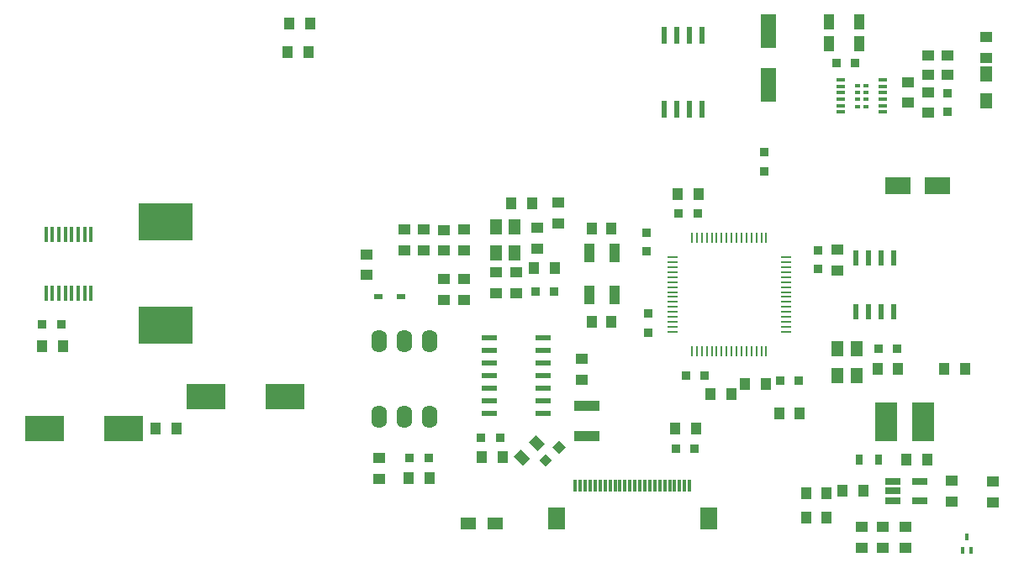
<source format=gbr>
G04 #@! TF.GenerationSoftware,KiCad,Pcbnew,5.1.4+dfsg1-1*
G04 #@! TF.CreationDate,2021-01-01T15:39:33+01:00*
G04 #@! TF.ProjectId,MIDI_FOOTSWITCH,4d494449-5f46-44f4-9f54-535749544348,rev?*
G04 #@! TF.SameCoordinates,PX4c4b400PY1312d00*
G04 #@! TF.FileFunction,Paste,Top*
G04 #@! TF.FilePolarity,Positive*
%FSLAX46Y46*%
G04 Gerber Fmt 4.6, Leading zero omitted, Abs format (unit mm)*
G04 Created by KiCad (PCBNEW 5.1.4+dfsg1-1) date 2021-01-01 15:39:33*
%MOMM*%
%LPD*%
G04 APERTURE LIST*
%ADD10R,0.250000X1.000000*%
%ADD11R,1.000000X0.250000*%
%ADD12R,1.800000X2.200000*%
%ADD13R,0.300000X1.300000*%
%ADD14R,1.300000X1.000000*%
%ADD15R,1.100000X1.900000*%
%ADD16R,1.000000X1.250000*%
%ADD17R,1.000000X1.300000*%
%ADD18R,0.900000X0.600000*%
%ADD19R,1.500000X0.600000*%
%ADD20R,0.800000X1.000000*%
%ADD21R,2.200000X3.900000*%
%ADD22R,1.300000X1.500000*%
%ADD23R,1.560000X0.650000*%
%ADD24R,0.600000X1.550000*%
%ADD25O,1.574800X2.286000*%
%ADD26R,1.500000X1.300000*%
%ADD27R,2.500000X1.000000*%
%ADD28R,1.000000X1.600000*%
%ADD29R,0.900000X0.900000*%
%ADD30R,1.600000X3.500000*%
%ADD31R,1.250000X1.000000*%
%ADD32R,0.550000X1.750000*%
%ADD33R,0.495000X0.427500*%
%ADD34R,0.890000X0.420000*%
%ADD35R,4.000000X2.500000*%
%ADD36R,5.500000X3.800000*%
%ADD37R,0.450000X1.500000*%
%ADD38C,1.000000*%
%ADD39C,0.150000*%
%ADD40C,0.900000*%
%ADD41R,2.500000X1.800000*%
%ADD42R,0.400000X0.800000*%
G04 APERTURE END LIST*
D10*
X67966740Y-24807900D03*
X68466740Y-24807900D03*
X68966740Y-24807900D03*
X69466740Y-24807900D03*
X69966740Y-24807900D03*
X70466740Y-24807900D03*
X70966740Y-24807900D03*
X71466740Y-24807900D03*
X71966740Y-24807900D03*
X72466740Y-24807900D03*
X72966740Y-24807900D03*
X73466740Y-24807900D03*
X73966740Y-24807900D03*
X74466740Y-24807900D03*
X74966740Y-24807900D03*
X75466740Y-24807900D03*
D11*
X77416740Y-26757900D03*
X77416740Y-27257900D03*
X77416740Y-27757900D03*
X77416740Y-28257900D03*
X77416740Y-28757900D03*
X77416740Y-29257900D03*
X77416740Y-29757900D03*
X77416740Y-30257900D03*
X77416740Y-30757900D03*
X77416740Y-31257900D03*
X77416740Y-31757900D03*
X77416740Y-32257900D03*
X77416740Y-32757900D03*
X77416740Y-33257900D03*
X77416740Y-33757900D03*
X77416740Y-34257900D03*
D10*
X75466740Y-36207900D03*
X74966740Y-36207900D03*
X74466740Y-36207900D03*
X73966740Y-36207900D03*
X73466740Y-36207900D03*
X72966740Y-36207900D03*
X72466740Y-36207900D03*
X71966740Y-36207900D03*
X71466740Y-36207900D03*
X70966740Y-36207900D03*
X70466740Y-36207900D03*
X69966740Y-36207900D03*
X69466740Y-36207900D03*
X68966740Y-36207900D03*
X68466740Y-36207900D03*
X67966740Y-36207900D03*
D11*
X66016740Y-34257900D03*
X66016740Y-33757900D03*
X66016740Y-33257900D03*
X66016740Y-32757900D03*
X66016740Y-32257900D03*
X66016740Y-31757900D03*
X66016740Y-31257900D03*
X66016740Y-30757900D03*
X66016740Y-30257900D03*
X66016740Y-29757900D03*
X66016740Y-29257900D03*
X66016740Y-28757900D03*
X66016740Y-28257900D03*
X66016740Y-27757900D03*
X66016740Y-27257900D03*
X66016740Y-26757900D03*
D12*
X69636000Y-53028000D03*
X54336000Y-53028000D03*
D13*
X56236000Y-49778000D03*
X56736000Y-49778000D03*
X57236000Y-49778000D03*
X57736000Y-49778000D03*
X58236000Y-49778000D03*
X58736000Y-49778000D03*
X59236000Y-49778000D03*
X59736000Y-49778000D03*
X60236000Y-49778000D03*
X60736000Y-49778000D03*
X61236000Y-49778000D03*
X61736000Y-49778000D03*
X62236000Y-49778000D03*
X62736000Y-49778000D03*
X63236000Y-49778000D03*
X63736000Y-49778000D03*
X64236000Y-49778000D03*
X64736000Y-49778000D03*
X65236000Y-49778000D03*
X65736000Y-49778000D03*
X66236000Y-49778000D03*
X66736000Y-49778000D03*
X67236000Y-49778000D03*
X67736000Y-49778000D03*
D14*
X91750000Y-12200000D03*
X91750000Y-10100000D03*
X35250000Y-26450000D03*
X35250000Y-28550000D03*
D15*
X57608536Y-30566222D03*
X60148536Y-26299022D03*
X57608536Y-26299022D03*
X60148536Y-30566222D03*
D16*
X57878536Y-33258622D03*
X59878536Y-33258622D03*
X59878535Y-23860622D03*
X57878535Y-23860622D03*
D17*
X41550000Y-49000000D03*
X39450000Y-49000000D03*
X46850000Y-46900000D03*
X48950000Y-46900000D03*
D18*
X36357000Y-30750000D03*
X38643000Y-30750000D03*
D14*
X36500000Y-49050000D03*
X36500000Y-46950000D03*
X45000000Y-28950000D03*
X45000000Y-31050000D03*
X43000000Y-31050000D03*
X43000000Y-28950000D03*
D19*
X47581680Y-42458600D03*
X47581680Y-41188600D03*
X47581680Y-39918600D03*
X47581680Y-38648600D03*
X47581680Y-37378600D03*
X47581680Y-36108600D03*
X47581680Y-34838600D03*
X52981680Y-34838600D03*
X52981680Y-36108600D03*
X52981680Y-37378600D03*
X52981680Y-38648600D03*
X52981680Y-39918600D03*
X52981680Y-41188600D03*
X52981680Y-42458600D03*
D17*
X83150000Y-50300000D03*
X85250000Y-50300000D03*
D14*
X87200000Y-56050000D03*
X87200000Y-53950000D03*
D17*
X89550000Y-47100000D03*
X91650000Y-47100000D03*
D20*
X86750000Y-47100000D03*
X84850000Y-47100000D03*
D14*
X39000000Y-23950000D03*
X39000000Y-26050000D03*
X41000000Y-26050000D03*
X41000000Y-23950000D03*
X45000000Y-23950000D03*
X45000000Y-26050000D03*
X43000000Y-26100000D03*
X43000000Y-24000000D03*
D21*
X87500000Y-43300000D03*
X91300000Y-43300000D03*
D22*
X82600000Y-38650000D03*
X82600000Y-35950000D03*
X84600000Y-35950000D03*
X84600000Y-38650000D03*
D14*
X94100000Y-51350000D03*
X94100000Y-49250000D03*
X85100000Y-56050000D03*
X85100000Y-53950000D03*
X89500000Y-53950000D03*
X89500000Y-56050000D03*
D23*
X90950000Y-49350000D03*
X90950000Y-51250000D03*
X88250000Y-51250000D03*
X88250000Y-50300000D03*
X88250000Y-49350000D03*
D24*
X88330880Y-32209680D03*
X87060880Y-32209680D03*
X85790880Y-32209680D03*
X84520880Y-32209680D03*
X84520880Y-26809680D03*
X85790880Y-26809680D03*
X87060880Y-26809680D03*
X88330880Y-26809680D03*
D25*
X41540000Y-35190000D03*
X39000000Y-35190000D03*
X36460000Y-35190000D03*
X36460000Y-42810000D03*
X39000000Y-42810000D03*
X41540000Y-42810000D03*
D26*
X48150000Y-53550000D03*
X45450000Y-53550000D03*
D27*
X57414000Y-41746000D03*
X57414000Y-44746000D03*
D28*
X84800000Y-5200000D03*
X81800000Y-5200000D03*
X81800000Y-3000000D03*
X84800000Y-3000000D03*
D29*
X82500000Y-7200000D03*
X84400000Y-7200000D03*
D30*
X75700000Y-9400000D03*
X75700000Y-4000000D03*
D31*
X91750000Y-8400000D03*
X91750000Y-6400000D03*
D16*
X78800000Y-42500000D03*
X76800000Y-42500000D03*
X88700000Y-38000000D03*
X86700000Y-38000000D03*
D31*
X93700000Y-8400000D03*
X93700000Y-6400000D03*
D32*
X69005000Y-11800000D03*
X67735000Y-11800000D03*
X66465000Y-11800000D03*
X65195000Y-11800000D03*
X65195000Y-4400000D03*
X66465000Y-4400000D03*
X67735000Y-4400000D03*
X69005000Y-4400000D03*
D14*
X97600000Y-6650000D03*
X97600000Y-4550000D03*
D33*
X84637500Y-9431250D03*
X84637500Y-10143750D03*
X84637500Y-10856250D03*
X84637500Y-11568750D03*
X85462500Y-9431250D03*
X85462500Y-10143750D03*
X85462500Y-10856250D03*
X85462500Y-11568750D03*
D34*
X87155000Y-8875000D03*
X87155000Y-9525000D03*
X87155000Y-10175000D03*
X87155000Y-10825000D03*
X87155000Y-11475000D03*
X87155000Y-12125000D03*
X82945000Y-12125000D03*
X82945000Y-11475000D03*
X82945000Y-10825000D03*
X82945000Y-10175000D03*
X82945000Y-9525000D03*
X82945000Y-8875000D03*
D35*
X27000000Y-40750000D03*
X19000000Y-40750000D03*
X10750000Y-44000000D03*
X2750000Y-44000000D03*
D22*
X50100000Y-26350000D03*
X50100000Y-23650000D03*
X48250000Y-23650000D03*
X48250000Y-26350000D03*
D36*
X15000000Y-33600000D03*
X15000000Y-23200000D03*
D17*
X16050000Y-44000000D03*
X13950000Y-44000000D03*
D14*
X50250000Y-28300000D03*
X50250000Y-30400000D03*
X48250000Y-30400000D03*
X48250000Y-28300000D03*
X52400000Y-23750000D03*
X52400000Y-25850000D03*
D37*
X2925000Y-24450000D03*
X3575000Y-24450000D03*
X4225000Y-24450000D03*
X4875000Y-24450000D03*
X5525000Y-24450000D03*
X6175000Y-24450000D03*
X6825000Y-24450000D03*
X7475000Y-24450000D03*
X7475000Y-30350000D03*
X6825000Y-30350000D03*
X6175000Y-30350000D03*
X5525000Y-30350000D03*
X4875000Y-30350000D03*
X4225000Y-30350000D03*
X3575000Y-30350000D03*
X2925000Y-30350000D03*
D29*
X39550000Y-47000000D03*
X41450000Y-47000000D03*
X69250000Y-38700000D03*
X67350000Y-38700000D03*
D14*
X82600000Y-25975000D03*
X82600000Y-28075000D03*
D17*
X68650000Y-20400000D03*
X66550000Y-20400000D03*
D29*
X88650000Y-35950000D03*
X86750000Y-35950000D03*
X48650000Y-44900000D03*
X46750000Y-44900000D03*
D17*
X66270000Y-44008000D03*
X68370000Y-44008000D03*
D29*
X68270000Y-46040000D03*
X66370000Y-46040000D03*
D38*
X52342462Y-45457538D03*
D39*
G36*
X52236396Y-44644365D02*
G01*
X53155635Y-45563604D01*
X52448528Y-46270711D01*
X51529289Y-45351472D01*
X52236396Y-44644365D01*
X52236396Y-44644365D01*
G37*
D38*
X50857538Y-46942462D03*
D39*
G36*
X50751472Y-46129289D02*
G01*
X51670711Y-47048528D01*
X50963604Y-47755635D01*
X50044365Y-46836396D01*
X50751472Y-46129289D01*
X50751472Y-46129289D01*
G37*
D40*
X53253249Y-47221751D03*
D39*
G36*
X53253249Y-46585355D02*
G01*
X53889645Y-47221751D01*
X53253249Y-47858147D01*
X52616853Y-47221751D01*
X53253249Y-46585355D01*
X53253249Y-46585355D01*
G37*
D40*
X54596751Y-45878249D03*
D39*
G36*
X54596751Y-45241853D02*
G01*
X55233147Y-45878249D01*
X54596751Y-46514645D01*
X53960355Y-45878249D01*
X54596751Y-45241853D01*
X54596751Y-45241853D01*
G37*
D14*
X89750000Y-11200000D03*
X89750000Y-9100000D03*
D29*
X93700000Y-12100000D03*
X93700000Y-10200000D03*
X76850000Y-39200000D03*
X78750000Y-39200000D03*
X63600000Y-34350000D03*
X63600000Y-32450000D03*
X66650000Y-22300000D03*
X68550000Y-22300000D03*
X54100000Y-30200000D03*
X52200000Y-30200000D03*
X80700000Y-27950000D03*
X80700000Y-26050000D03*
X75265120Y-16169560D03*
X75265120Y-18069560D03*
D17*
X54200000Y-27800000D03*
X52100000Y-27800000D03*
D29*
X63400000Y-24250000D03*
X63400000Y-26150000D03*
D17*
X71950000Y-40500000D03*
X69850000Y-40500000D03*
X75450000Y-39500000D03*
X73350000Y-39500000D03*
D22*
X97600000Y-8250000D03*
X97600000Y-10950000D03*
D17*
X81550000Y-50500000D03*
X79450000Y-50500000D03*
X79450000Y-53000000D03*
X81550000Y-53000000D03*
D29*
X2550000Y-33500000D03*
X4450000Y-33500000D03*
D17*
X4650000Y-35700000D03*
X2550000Y-35700000D03*
D14*
X54500000Y-21250000D03*
X54500000Y-23350000D03*
D17*
X51900000Y-21300000D03*
X49800000Y-21300000D03*
X27450000Y-3200000D03*
X29550000Y-3200000D03*
X29350000Y-6100000D03*
X27250000Y-6100000D03*
D41*
X88725000Y-19525000D03*
X92725000Y-19525000D03*
D42*
X96075000Y-56300000D03*
X95275000Y-56300000D03*
X95675000Y-54900000D03*
D14*
X56880000Y-39070000D03*
X56880000Y-36970000D03*
D17*
X95450000Y-38000000D03*
X93350000Y-38000000D03*
D14*
X98300000Y-51425000D03*
X98300000Y-49325000D03*
M02*

</source>
